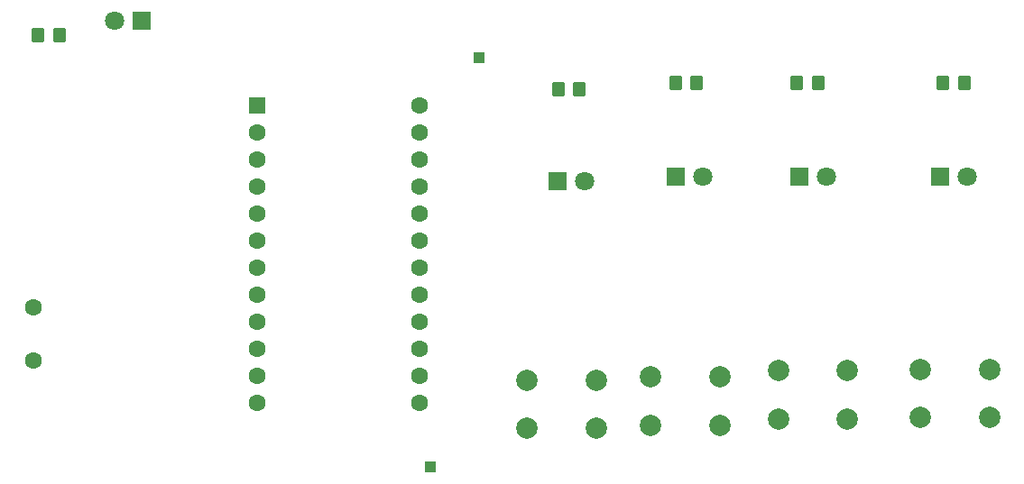
<source format=gbr>
%TF.GenerationSoftware,KiCad,Pcbnew,(6.0.1)*%
%TF.CreationDate,2023-09-06T20:42:40-07:00*%
%TF.ProjectId,Simon Says,53696d6f-6e20-4536-9179-732e6b696361,rev?*%
%TF.SameCoordinates,Original*%
%TF.FileFunction,Soldermask,Top*%
%TF.FilePolarity,Negative*%
%FSLAX46Y46*%
G04 Gerber Fmt 4.6, Leading zero omitted, Abs format (unit mm)*
G04 Created by KiCad (PCBNEW (6.0.1)) date 2023-09-06 20:42:40*
%MOMM*%
%LPD*%
G01*
G04 APERTURE LIST*
G04 Aperture macros list*
%AMRoundRect*
0 Rectangle with rounded corners*
0 $1 Rounding radius*
0 $2 $3 $4 $5 $6 $7 $8 $9 X,Y pos of 4 corners*
0 Add a 4 corners polygon primitive as box body*
4,1,4,$2,$3,$4,$5,$6,$7,$8,$9,$2,$3,0*
0 Add four circle primitives for the rounded corners*
1,1,$1+$1,$2,$3*
1,1,$1+$1,$4,$5*
1,1,$1+$1,$6,$7*
1,1,$1+$1,$8,$9*
0 Add four rect primitives between the rounded corners*
20,1,$1+$1,$2,$3,$4,$5,0*
20,1,$1+$1,$4,$5,$6,$7,0*
20,1,$1+$1,$6,$7,$8,$9,0*
20,1,$1+$1,$8,$9,$2,$3,0*%
G04 Aperture macros list end*
%ADD10C,1.602000*%
%ADD11RoundRect,0.250000X0.350000X0.450000X-0.350000X0.450000X-0.350000X-0.450000X0.350000X-0.450000X0*%
%ADD12RoundRect,0.250000X-0.350000X-0.450000X0.350000X-0.450000X0.350000X0.450000X-0.350000X0.450000X0*%
%ADD13C,2.000000*%
%ADD14R,1.000000X1.000000*%
%ADD15R,1.800000X1.800000*%
%ADD16C,1.800000*%
%ADD17R,1.600000X1.600000*%
%ADD18C,1.600000*%
G04 APERTURE END LIST*
D10*
%TO.C,LS1*%
X61800000Y-89400000D03*
X61800000Y-84400000D03*
%TD*%
D11*
%TO.C,R5*%
X64280000Y-58850000D03*
X62280000Y-58850000D03*
%TD*%
%TO.C,R4*%
X149200000Y-63300000D03*
X147200000Y-63300000D03*
%TD*%
%TO.C,R3*%
X135500000Y-63300000D03*
X133500000Y-63300000D03*
%TD*%
%TO.C,R2*%
X124100000Y-63300000D03*
X122100000Y-63300000D03*
%TD*%
D12*
%TO.C,R1*%
X111100000Y-63900000D03*
X113100000Y-63900000D03*
%TD*%
D13*
%TO.C,SW3*%
X131750000Y-90350000D03*
X138250000Y-90350000D03*
X138250000Y-94850000D03*
X131750000Y-94850000D03*
%TD*%
D14*
%TO.C,TP2*%
X103700000Y-60900000D03*
%TD*%
D15*
%TO.C,D2*%
X122125000Y-72100000D03*
D16*
X124665000Y-72100000D03*
%TD*%
D15*
%TO.C,D3*%
X133760000Y-72100000D03*
D16*
X136300000Y-72100000D03*
%TD*%
D17*
%TO.C,U1*%
X82880000Y-65400000D03*
D18*
X82880000Y-67940000D03*
X82880000Y-70480000D03*
X82880000Y-73020000D03*
X82880000Y-75560000D03*
X82880000Y-78100000D03*
X82880000Y-80640000D03*
X82880000Y-83180000D03*
X82880000Y-85720000D03*
X82880000Y-88260000D03*
X82880000Y-90800000D03*
X82880000Y-93340000D03*
X98120000Y-93340000D03*
X98120000Y-90800000D03*
X98120000Y-88260000D03*
X98120000Y-85720000D03*
X98120000Y-83180000D03*
X98120000Y-80640000D03*
X98120000Y-78100000D03*
X98120000Y-75560000D03*
X98120000Y-73020000D03*
X98120000Y-70480000D03*
X98120000Y-67940000D03*
X98120000Y-65400000D03*
%TD*%
D14*
%TO.C,TP1*%
X99100000Y-99400000D03*
%TD*%
D15*
%TO.C,D1*%
X111025000Y-72500000D03*
D16*
X113565000Y-72500000D03*
%TD*%
D15*
%TO.C,D5*%
X72000000Y-57500000D03*
D16*
X69460000Y-57500000D03*
%TD*%
D13*
%TO.C,SW2*%
X126250000Y-90950000D03*
X119750000Y-90950000D03*
X126250000Y-95450000D03*
X119750000Y-95450000D03*
%TD*%
D15*
%TO.C,D4*%
X146925000Y-72100000D03*
D16*
X149465000Y-72100000D03*
%TD*%
D13*
%TO.C,SW1*%
X108150000Y-91250000D03*
X114650000Y-91250000D03*
X108150000Y-95750000D03*
X114650000Y-95750000D03*
%TD*%
%TO.C,SW4*%
X145050000Y-90250000D03*
X151550000Y-90250000D03*
X145050000Y-94750000D03*
X151550000Y-94750000D03*
%TD*%
M02*

</source>
